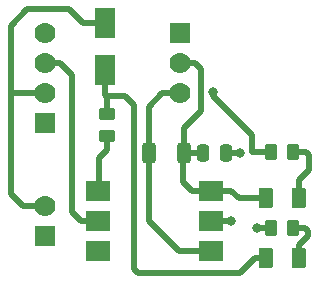
<source format=gbr>
%TF.GenerationSoftware,KiCad,Pcbnew,7.0.10-7.0.10~ubuntu20.04.1*%
%TF.CreationDate,2024-01-20T13:36:00-08:00*%
%TF.ProjectId,beambreak,6265616d-6272-4656-916b-2e6b69636164,rev?*%
%TF.SameCoordinates,Original*%
%TF.FileFunction,Copper,L1,Top*%
%TF.FilePolarity,Positive*%
%FSLAX46Y46*%
G04 Gerber Fmt 4.6, Leading zero omitted, Abs format (unit mm)*
G04 Created by KiCad (PCBNEW 7.0.10-7.0.10~ubuntu20.04.1) date 2024-01-20 13:36:00*
%MOMM*%
%LPD*%
G01*
G04 APERTURE LIST*
G04 Aperture macros list*
%AMRoundRect*
0 Rectangle with rounded corners*
0 $1 Rounding radius*
0 $2 $3 $4 $5 $6 $7 $8 $9 X,Y pos of 4 corners*
0 Add a 4 corners polygon primitive as box body*
4,1,4,$2,$3,$4,$5,$6,$7,$8,$9,$2,$3,0*
0 Add four circle primitives for the rounded corners*
1,1,$1+$1,$2,$3*
1,1,$1+$1,$4,$5*
1,1,$1+$1,$6,$7*
1,1,$1+$1,$8,$9*
0 Add four rect primitives between the rounded corners*
20,1,$1+$1,$2,$3,$4,$5,0*
20,1,$1+$1,$4,$5,$6,$7,0*
20,1,$1+$1,$6,$7,$8,$9,0*
20,1,$1+$1,$8,$9,$2,$3,0*%
G04 Aperture macros list end*
%TA.AperFunction,ComponentPad*%
%ADD10R,1.778000X1.778000*%
%TD*%
%TA.AperFunction,ComponentPad*%
%ADD11C,1.778000*%
%TD*%
%TA.AperFunction,SMDPad,CuDef*%
%ADD12RoundRect,0.250000X0.375000X0.625000X-0.375000X0.625000X-0.375000X-0.625000X0.375000X-0.625000X0*%
%TD*%
%TA.AperFunction,SMDPad,CuDef*%
%ADD13RoundRect,0.250000X-0.312500X-0.625000X0.312500X-0.625000X0.312500X0.625000X-0.312500X0.625000X0*%
%TD*%
%TA.AperFunction,SMDPad,CuDef*%
%ADD14RoundRect,0.250000X-0.250000X-0.475000X0.250000X-0.475000X0.250000X0.475000X-0.250000X0.475000X0*%
%TD*%
%TA.AperFunction,SMDPad,CuDef*%
%ADD15RoundRect,0.250000X-0.262500X-0.450000X0.262500X-0.450000X0.262500X0.450000X-0.262500X0.450000X0*%
%TD*%
%TA.AperFunction,SMDPad,CuDef*%
%ADD16RoundRect,0.250000X-0.450000X0.262500X-0.450000X-0.262500X0.450000X-0.262500X0.450000X0.262500X0*%
%TD*%
%TA.AperFunction,SMDPad,CuDef*%
%ADD17R,2.000000X1.780000*%
%TD*%
%TA.AperFunction,SMDPad,CuDef*%
%ADD18R,1.800000X2.500000*%
%TD*%
%TA.AperFunction,ViaPad*%
%ADD19C,0.800000*%
%TD*%
%TA.AperFunction,Conductor*%
%ADD20C,0.508000*%
%TD*%
G04 APERTURE END LIST*
D10*
%TO.P,J3,1,Pin_1*%
%TO.N,GNDS*%
X131064000Y-85725000D03*
D11*
%TO.P,J3,2,Pin_2*%
%TO.N,/5V0*%
X131064000Y-88265000D03*
%TO.P,J3,3,Pin_3*%
%TO.N,/~{ON}*%
X131064000Y-90805000D03*
%TD*%
D12*
%TO.P,D3,1,K*%
%TO.N,Net-(D3-Pad1)*%
X141100000Y-99695000D03*
%TO.P,D3,2,A*%
%TO.N,/5V0*%
X138300000Y-99695000D03*
%TD*%
D13*
%TO.P,R4,1*%
%TO.N,/~{ON}*%
X128458500Y-95885000D03*
%TO.P,R4,2*%
%TO.N,/5V0*%
X131383500Y-95885000D03*
%TD*%
D12*
%TO.P,D1,1,K*%
%TO.N,Net-(D1-Pad1)*%
X141100000Y-104775000D03*
%TO.P,D1,2,A*%
%TO.N,Net-(R2-Pad1)*%
X138300000Y-104775000D03*
%TD*%
D14*
%TO.P,C1,1*%
%TO.N,/5V0*%
X133035000Y-95885000D03*
%TO.P,C1,2*%
%TO.N,GNDS*%
X134935000Y-95885000D03*
%TD*%
D10*
%TO.P,J2,1,Pin_1*%
%TO.N,GND*%
X119634000Y-93345000D03*
D11*
%TO.P,J2,2,Pin_2*%
%TO.N,/12V*%
X119634000Y-90805000D03*
%TO.P,J2,3,Pin_3*%
%TO.N,/IN*%
X119634000Y-88265000D03*
%TO.P,J2,4,Pin_4*%
%TO.N,unconnected-(J2-Pad4)*%
X119634000Y-85725000D03*
%TD*%
D15*
%TO.P,R1,1*%
%TO.N,GND*%
X138787500Y-102235000D03*
%TO.P,R1,2*%
%TO.N,Net-(D1-Pad1)*%
X140612500Y-102235000D03*
%TD*%
D10*
%TO.P,J1,1,Pin_1*%
%TO.N,GND*%
X119634000Y-102870000D03*
D11*
%TO.P,J1,2,Pin_2*%
%TO.N,/12V*%
X119634000Y-100330000D03*
%TD*%
D16*
%TO.P,R2,1*%
%TO.N,Net-(R2-Pad1)*%
X124841000Y-92559500D03*
%TO.P,R2,2*%
%TO.N,Net-(R2-Pad2)*%
X124841000Y-94384500D03*
%TD*%
D17*
%TO.P,U1,1*%
%TO.N,Net-(R2-Pad2)*%
X124140000Y-99060000D03*
%TO.P,U1,2*%
%TO.N,/IN*%
X124140000Y-101600000D03*
%TO.P,U1,3*%
%TO.N,unconnected-(U1-Pad3)*%
X124140000Y-104140000D03*
%TO.P,U1,4*%
%TO.N,/~{ON}*%
X133670000Y-104140000D03*
%TO.P,U1,5*%
%TO.N,GNDS*%
X133670000Y-101600000D03*
%TO.P,U1,6*%
%TO.N,/5V0*%
X133670000Y-99060000D03*
%TD*%
D18*
%TO.P,D2,1,K*%
%TO.N,Net-(R2-Pad1)*%
X124714000Y-88868000D03*
%TO.P,D2,2,A*%
%TO.N,/12V*%
X124714000Y-84868000D03*
%TD*%
D15*
%TO.P,R3,1*%
%TO.N,/~{ON}*%
X138787500Y-95758000D03*
%TO.P,R3,2*%
%TO.N,Net-(D3-Pad1)*%
X140612500Y-95758000D03*
%TD*%
D19*
%TO.N,GNDS*%
X136144000Y-95885000D03*
X135382000Y-101600000D03*
%TO.N,GND*%
X137541000Y-102235000D03*
%TO.N,/~{ON}*%
X133858000Y-90678000D03*
%TD*%
D20*
%TO.N,/5V0*%
X135382000Y-99060000D02*
X136017000Y-99695000D01*
X132334000Y-88265000D02*
X131064000Y-88265000D01*
X131318000Y-95950500D02*
X131383500Y-95885000D01*
X133670000Y-99060000D02*
X135382000Y-99060000D01*
X132842000Y-92329000D02*
X132842000Y-88773000D01*
X131318000Y-98298000D02*
X131318000Y-95950500D01*
X133670000Y-99060000D02*
X132080000Y-99060000D01*
X132080000Y-99060000D02*
X131318000Y-98298000D01*
X133035000Y-95885000D02*
X131383500Y-95885000D01*
X131383500Y-95885000D02*
X131383500Y-93787500D01*
X131383500Y-93787500D02*
X132842000Y-92329000D01*
X136017000Y-99695000D02*
X138300000Y-99695000D01*
X132842000Y-88773000D02*
X132334000Y-88265000D01*
%TO.N,GNDS*%
X136144000Y-95885000D02*
X134935000Y-95885000D01*
X133670000Y-101600000D02*
X135382000Y-101600000D01*
%TO.N,Net-(D1-Pad1)*%
X141859000Y-102489000D02*
X141605000Y-102235000D01*
X141100000Y-104775000D02*
X141100000Y-103629000D01*
X141859000Y-102870000D02*
X141859000Y-102489000D01*
X141605000Y-102235000D02*
X140612500Y-102235000D01*
X141100000Y-103629000D02*
X141859000Y-102870000D01*
%TO.N,/12V*%
X121666000Y-83693000D02*
X118110000Y-83693000D01*
X116713000Y-90932000D02*
X116713000Y-99314000D01*
X116713000Y-85090000D02*
X116713000Y-90932000D01*
X117729000Y-100330000D02*
X119634000Y-100330000D01*
X122841000Y-84868000D02*
X121666000Y-83693000D01*
X116840000Y-90805000D02*
X116713000Y-90932000D01*
X124714000Y-84868000D02*
X122841000Y-84868000D01*
X118110000Y-83693000D02*
X116713000Y-85090000D01*
X116713000Y-99314000D02*
X117729000Y-100330000D01*
X119634000Y-90805000D02*
X116840000Y-90805000D01*
%TO.N,/IN*%
X122682000Y-101600000D02*
X121920000Y-100838000D01*
X121920000Y-89281000D02*
X120904000Y-88265000D01*
X121920000Y-100838000D02*
X121920000Y-89281000D01*
X120904000Y-88265000D02*
X119634000Y-88265000D01*
X124140000Y-101600000D02*
X122682000Y-101600000D01*
%TO.N,Net-(R2-Pad1)*%
X124714000Y-90932000D02*
X124841000Y-91059000D01*
X127127000Y-91821000D02*
X126365000Y-91059000D01*
X127127000Y-105664000D02*
X127127000Y-91821000D01*
X124714000Y-88868000D02*
X124714000Y-90932000D01*
X126365000Y-91059000D02*
X124841000Y-91059000D01*
X124841000Y-91059000D02*
X124841000Y-92559500D01*
X127508000Y-106045000D02*
X127127000Y-105664000D01*
X138300000Y-104775000D02*
X137414000Y-104775000D01*
X137414000Y-104775000D02*
X136144000Y-106045000D01*
X136144000Y-106045000D02*
X127508000Y-106045000D01*
%TO.N,Net-(R2-Pad2)*%
X124206000Y-96266000D02*
X124206000Y-98994000D01*
X124206000Y-98994000D02*
X124140000Y-99060000D01*
X124841000Y-95631000D02*
X124206000Y-96266000D01*
X124841000Y-94384500D02*
X124841000Y-95631000D01*
%TO.N,Net-(D3-Pad1)*%
X141100000Y-98301000D02*
X141097000Y-98298000D01*
X141100000Y-99695000D02*
X141100000Y-98301000D01*
X141097000Y-98298000D02*
X141097000Y-98171000D01*
X141097000Y-98171000D02*
X141986000Y-97282000D01*
X141732000Y-95758000D02*
X140612500Y-95758000D01*
X141986000Y-97282000D02*
X141986000Y-96012000D01*
X141986000Y-96012000D02*
X141732000Y-95758000D01*
%TO.N,GND*%
X137541000Y-102235000D02*
X138787500Y-102235000D01*
%TO.N,/~{ON}*%
X137160000Y-95758000D02*
X138787500Y-95758000D01*
X133858000Y-91059000D02*
X137160000Y-94361000D01*
X128397000Y-101600000D02*
X128397000Y-91948000D01*
X133670000Y-104140000D02*
X130937000Y-104140000D01*
X133858000Y-90678000D02*
X133858000Y-91059000D01*
X130937000Y-104140000D02*
X128397000Y-101600000D01*
X137160000Y-94361000D02*
X137160000Y-95758000D01*
X129540000Y-90805000D02*
X131064000Y-90805000D01*
X128397000Y-91948000D02*
X129540000Y-90805000D01*
%TD*%
M02*

</source>
